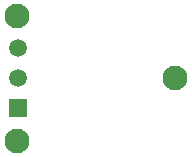
<source format=gbl>
G04 Layer_Physical_Order=2*
G04 Layer_Color=16711680*
%FSAX25Y25*%
%MOIN*%
G70*
G01*
G75*
%ADD12C,0.08268*%
%ADD13C,0.05906*%
%ADD14R,0.05906X0.05906*%
D12*
X0259980Y0370118D02*
D03*
Y0328386D02*
D03*
X0312736Y0349449D02*
D03*
D13*
X0260177Y0359449D02*
D03*
Y0349449D02*
D03*
D14*
Y0339449D02*
D03*
M02*

</source>
